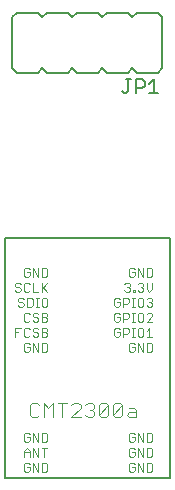
<source format=gto>
G75*
%MOIN*%
%OFA0B0*%
%FSLAX25Y25*%
%IPPOS*%
%LPD*%
%AMOC8*
5,1,8,0,0,1.08239X$1,22.5*
%
%ADD10C,0.00500*%
%ADD11C,0.00400*%
%ADD12C,0.00300*%
%ADD13C,0.00600*%
D10*
X0011787Y0006787D02*
X0066787Y0006787D01*
X0066787Y0086787D01*
X0011787Y0086787D01*
X0011787Y0006787D01*
X0051476Y0135037D02*
X0050726Y0135788D01*
X0051476Y0135037D02*
X0052227Y0135037D01*
X0052978Y0135788D01*
X0052978Y0139541D01*
X0053728Y0139541D02*
X0052227Y0139541D01*
X0055330Y0139541D02*
X0055330Y0135037D01*
X0055330Y0136539D02*
X0057581Y0136539D01*
X0058332Y0137289D01*
X0058332Y0138791D01*
X0057581Y0139541D01*
X0055330Y0139541D01*
X0059933Y0138040D02*
X0061435Y0139541D01*
X0061435Y0135037D01*
X0062936Y0135037D02*
X0059933Y0135037D01*
D11*
X0050081Y0031591D02*
X0048547Y0031591D01*
X0047779Y0030824D01*
X0047779Y0027755D01*
X0050849Y0030824D01*
X0050849Y0027755D01*
X0050081Y0026987D01*
X0048547Y0026987D01*
X0047779Y0027755D01*
X0046245Y0027755D02*
X0046245Y0030824D01*
X0043176Y0027755D01*
X0043943Y0026987D01*
X0045478Y0026987D01*
X0046245Y0027755D01*
X0046245Y0030824D02*
X0045478Y0031591D01*
X0043943Y0031591D01*
X0043176Y0030824D01*
X0043176Y0027755D01*
X0041641Y0027755D02*
X0040874Y0026987D01*
X0039339Y0026987D01*
X0038572Y0027755D01*
X0037037Y0026987D02*
X0033968Y0026987D01*
X0037037Y0030057D01*
X0037037Y0030824D01*
X0036270Y0031591D01*
X0034735Y0031591D01*
X0033968Y0030824D01*
X0032433Y0031591D02*
X0029364Y0031591D01*
X0030898Y0031591D02*
X0030898Y0026987D01*
X0027829Y0026987D02*
X0027829Y0031591D01*
X0026294Y0030057D01*
X0024760Y0031591D01*
X0024760Y0026987D01*
X0023225Y0027755D02*
X0022458Y0026987D01*
X0020923Y0026987D01*
X0020156Y0027755D01*
X0020156Y0030824D01*
X0020923Y0031591D01*
X0022458Y0031591D01*
X0023225Y0030824D01*
X0038572Y0030824D02*
X0039339Y0031591D01*
X0040874Y0031591D01*
X0041641Y0030824D01*
X0041641Y0030057D01*
X0040874Y0029289D01*
X0041641Y0028522D01*
X0041641Y0027755D01*
X0040874Y0029289D02*
X0040106Y0029289D01*
X0050081Y0031591D02*
X0050849Y0030824D01*
X0053151Y0028522D02*
X0052383Y0027755D01*
X0053151Y0026987D01*
X0055453Y0026987D01*
X0055453Y0029289D01*
X0054685Y0030057D01*
X0053151Y0030057D01*
X0053151Y0028522D02*
X0055453Y0028522D01*
D12*
X0056044Y0021640D02*
X0057979Y0018737D01*
X0057979Y0021640D01*
X0058991Y0021640D02*
X0058991Y0018737D01*
X0060442Y0018737D01*
X0060926Y0019221D01*
X0060926Y0021156D01*
X0060442Y0021640D01*
X0058991Y0021640D01*
X0058991Y0016640D02*
X0060442Y0016640D01*
X0060926Y0016156D01*
X0060926Y0014221D01*
X0060442Y0013737D01*
X0058991Y0013737D01*
X0058991Y0016640D01*
X0057979Y0016640D02*
X0057979Y0013737D01*
X0056044Y0016640D01*
X0056044Y0013737D01*
X0055033Y0014221D02*
X0055033Y0015189D01*
X0054065Y0015189D01*
X0053098Y0016156D02*
X0053582Y0016640D01*
X0054549Y0016640D01*
X0055033Y0016156D01*
X0055033Y0014221D02*
X0054549Y0013737D01*
X0053582Y0013737D01*
X0053098Y0014221D01*
X0053098Y0016156D01*
X0053582Y0018737D02*
X0053098Y0019221D01*
X0053098Y0021156D01*
X0053582Y0021640D01*
X0054549Y0021640D01*
X0055033Y0021156D01*
X0055033Y0020189D02*
X0054065Y0020189D01*
X0055033Y0019221D02*
X0054549Y0018737D01*
X0053582Y0018737D01*
X0055033Y0019221D02*
X0055033Y0020189D01*
X0056044Y0021640D02*
X0056044Y0018737D01*
X0056044Y0011640D02*
X0057979Y0008737D01*
X0057979Y0011640D01*
X0058991Y0011640D02*
X0058991Y0008737D01*
X0060442Y0008737D01*
X0060926Y0009221D01*
X0060926Y0011156D01*
X0060442Y0011640D01*
X0058991Y0011640D01*
X0056044Y0011640D02*
X0056044Y0008737D01*
X0055033Y0009221D02*
X0055033Y0010189D01*
X0054065Y0010189D01*
X0053098Y0011156D02*
X0053582Y0011640D01*
X0054549Y0011640D01*
X0055033Y0011156D01*
X0055033Y0009221D02*
X0054549Y0008737D01*
X0053582Y0008737D01*
X0053098Y0009221D01*
X0053098Y0011156D01*
X0053582Y0048737D02*
X0054549Y0048737D01*
X0055033Y0049221D01*
X0055033Y0050189D01*
X0054065Y0050189D01*
X0053098Y0051156D02*
X0053098Y0049221D01*
X0053582Y0048737D01*
X0053098Y0051156D02*
X0053582Y0051640D01*
X0054549Y0051640D01*
X0055033Y0051156D01*
X0056044Y0051640D02*
X0057979Y0048737D01*
X0057979Y0051640D01*
X0057496Y0053737D02*
X0057979Y0054221D01*
X0057979Y0056156D01*
X0057496Y0056640D01*
X0056528Y0056640D01*
X0056044Y0056156D01*
X0056044Y0054221D01*
X0056528Y0053737D01*
X0057496Y0053737D01*
X0058991Y0053737D02*
X0060926Y0053737D01*
X0059958Y0053737D02*
X0059958Y0056640D01*
X0058991Y0055672D01*
X0058991Y0058737D02*
X0060926Y0060672D01*
X0060926Y0061156D01*
X0060442Y0061640D01*
X0059475Y0061640D01*
X0058991Y0061156D01*
X0059475Y0063737D02*
X0058991Y0064221D01*
X0059475Y0063737D02*
X0060442Y0063737D01*
X0060926Y0064221D01*
X0060926Y0064705D01*
X0060442Y0065189D01*
X0059958Y0065189D01*
X0060442Y0065189D02*
X0060926Y0065672D01*
X0060926Y0066156D01*
X0060442Y0066640D01*
X0059475Y0066640D01*
X0058991Y0066156D01*
X0059958Y0068737D02*
X0060926Y0069705D01*
X0060926Y0071640D01*
X0060442Y0073737D02*
X0060926Y0074221D01*
X0060926Y0076156D01*
X0060442Y0076640D01*
X0058991Y0076640D01*
X0058991Y0073737D01*
X0060442Y0073737D01*
X0058991Y0071640D02*
X0058991Y0069705D01*
X0059958Y0068737D01*
X0057979Y0069221D02*
X0057496Y0068737D01*
X0056528Y0068737D01*
X0056044Y0069221D01*
X0055055Y0069221D02*
X0055055Y0068737D01*
X0054571Y0068737D01*
X0054571Y0069221D01*
X0055055Y0069221D01*
X0056044Y0071156D02*
X0056528Y0071640D01*
X0057496Y0071640D01*
X0057979Y0071156D01*
X0057979Y0070672D01*
X0057496Y0070189D01*
X0057979Y0069705D01*
X0057979Y0069221D01*
X0057496Y0070189D02*
X0057012Y0070189D01*
X0057496Y0066640D02*
X0056528Y0066640D01*
X0056044Y0066156D01*
X0056044Y0064221D01*
X0056528Y0063737D01*
X0057496Y0063737D01*
X0057979Y0064221D01*
X0057979Y0066156D01*
X0057496Y0066640D01*
X0055048Y0066640D02*
X0054080Y0066640D01*
X0054564Y0066640D02*
X0054564Y0063737D01*
X0054080Y0063737D02*
X0055048Y0063737D01*
X0055048Y0061640D02*
X0054080Y0061640D01*
X0054564Y0061640D02*
X0054564Y0058737D01*
X0054080Y0058737D02*
X0055048Y0058737D01*
X0056044Y0059221D02*
X0056528Y0058737D01*
X0057496Y0058737D01*
X0057979Y0059221D01*
X0057979Y0061156D01*
X0057496Y0061640D01*
X0056528Y0061640D01*
X0056044Y0061156D01*
X0056044Y0059221D01*
X0055048Y0056640D02*
X0054080Y0056640D01*
X0054564Y0056640D02*
X0054564Y0053737D01*
X0054080Y0053737D02*
X0055048Y0053737D01*
X0056044Y0051640D02*
X0056044Y0048737D01*
X0058991Y0048737D02*
X0060442Y0048737D01*
X0060926Y0049221D01*
X0060926Y0051156D01*
X0060442Y0051640D01*
X0058991Y0051640D01*
X0058991Y0048737D01*
X0058991Y0058737D02*
X0060926Y0058737D01*
X0053076Y0068737D02*
X0053560Y0069221D01*
X0053560Y0069705D01*
X0053076Y0070189D01*
X0052592Y0070189D01*
X0053076Y0070189D02*
X0053560Y0070672D01*
X0053560Y0071156D01*
X0053076Y0071640D01*
X0052108Y0071640D01*
X0051625Y0071156D01*
X0051625Y0069221D02*
X0052108Y0068737D01*
X0053076Y0068737D01*
X0052585Y0066640D02*
X0053068Y0066156D01*
X0053068Y0065189D01*
X0052585Y0064705D01*
X0051134Y0064705D01*
X0051134Y0063737D02*
X0051134Y0066640D01*
X0052585Y0066640D01*
X0050122Y0066156D02*
X0049638Y0066640D01*
X0048671Y0066640D01*
X0048187Y0066156D01*
X0048187Y0064221D01*
X0048671Y0063737D01*
X0049638Y0063737D01*
X0050122Y0064221D01*
X0050122Y0065189D01*
X0049154Y0065189D01*
X0048671Y0061640D02*
X0048187Y0061156D01*
X0048187Y0059221D01*
X0048671Y0058737D01*
X0049638Y0058737D01*
X0050122Y0059221D01*
X0050122Y0060189D01*
X0049154Y0060189D01*
X0050122Y0061156D02*
X0049638Y0061640D01*
X0048671Y0061640D01*
X0048671Y0056640D02*
X0048187Y0056156D01*
X0048187Y0054221D01*
X0048671Y0053737D01*
X0049638Y0053737D01*
X0050122Y0054221D01*
X0050122Y0055189D01*
X0049154Y0055189D01*
X0050122Y0056156D02*
X0049638Y0056640D01*
X0048671Y0056640D01*
X0051134Y0056640D02*
X0051134Y0053737D01*
X0051134Y0054705D02*
X0052585Y0054705D01*
X0053068Y0055189D01*
X0053068Y0056156D01*
X0052585Y0056640D01*
X0051134Y0056640D01*
X0051134Y0058737D02*
X0051134Y0061640D01*
X0052585Y0061640D01*
X0053068Y0061156D01*
X0053068Y0060189D01*
X0052585Y0059705D01*
X0051134Y0059705D01*
X0053582Y0073737D02*
X0054549Y0073737D01*
X0055033Y0074221D01*
X0055033Y0075189D01*
X0054065Y0075189D01*
X0053098Y0076156D02*
X0053098Y0074221D01*
X0053582Y0073737D01*
X0053098Y0076156D02*
X0053582Y0076640D01*
X0054549Y0076640D01*
X0055033Y0076156D01*
X0056044Y0076640D02*
X0057979Y0073737D01*
X0057979Y0076640D01*
X0056044Y0076640D02*
X0056044Y0073737D01*
X0025926Y0074221D02*
X0025442Y0073737D01*
X0023991Y0073737D01*
X0023991Y0076640D01*
X0025442Y0076640D01*
X0025926Y0076156D01*
X0025926Y0074221D01*
X0025926Y0071640D02*
X0023991Y0069705D01*
X0024475Y0070189D02*
X0025926Y0068737D01*
X0025442Y0066640D02*
X0024475Y0066640D01*
X0023991Y0066156D01*
X0023991Y0064221D01*
X0024475Y0063737D01*
X0025442Y0063737D01*
X0025926Y0064221D01*
X0025926Y0066156D01*
X0025442Y0066640D01*
X0023991Y0068737D02*
X0023991Y0071640D01*
X0022979Y0073737D02*
X0022979Y0076640D01*
X0021044Y0076640D02*
X0022979Y0073737D01*
X0021044Y0073737D02*
X0021044Y0076640D01*
X0020033Y0076156D02*
X0019549Y0076640D01*
X0018582Y0076640D01*
X0018098Y0076156D01*
X0018098Y0074221D01*
X0018582Y0073737D01*
X0019549Y0073737D01*
X0020033Y0074221D01*
X0020033Y0075189D01*
X0019065Y0075189D01*
X0018582Y0071640D02*
X0018098Y0071156D01*
X0018098Y0069221D01*
X0018582Y0068737D01*
X0019549Y0068737D01*
X0020033Y0069221D01*
X0021044Y0068737D02*
X0022979Y0068737D01*
X0022994Y0066640D02*
X0022027Y0066640D01*
X0022510Y0066640D02*
X0022510Y0063737D01*
X0022027Y0063737D02*
X0022994Y0063737D01*
X0022496Y0061640D02*
X0021528Y0061640D01*
X0021044Y0061156D01*
X0021044Y0060672D01*
X0021528Y0060189D01*
X0022496Y0060189D01*
X0022979Y0059705D01*
X0022979Y0059221D01*
X0022496Y0058737D01*
X0021528Y0058737D01*
X0021044Y0059221D01*
X0020033Y0059221D02*
X0019549Y0058737D01*
X0018582Y0058737D01*
X0018098Y0059221D01*
X0018098Y0061156D01*
X0018582Y0061640D01*
X0019549Y0061640D01*
X0020033Y0061156D01*
X0020531Y0063737D02*
X0019080Y0063737D01*
X0019080Y0066640D01*
X0020531Y0066640D01*
X0021015Y0066156D01*
X0021015Y0064221D01*
X0020531Y0063737D01*
X0022496Y0061640D02*
X0022979Y0061156D01*
X0023991Y0061640D02*
X0025442Y0061640D01*
X0025926Y0061156D01*
X0025926Y0060672D01*
X0025442Y0060189D01*
X0023991Y0060189D01*
X0023991Y0061640D02*
X0023991Y0058737D01*
X0025442Y0058737D01*
X0025926Y0059221D01*
X0025926Y0059705D01*
X0025442Y0060189D01*
X0025442Y0056640D02*
X0023991Y0056640D01*
X0023991Y0053737D01*
X0025442Y0053737D01*
X0025926Y0054221D01*
X0025926Y0054705D01*
X0025442Y0055189D01*
X0023991Y0055189D01*
X0022979Y0054705D02*
X0022979Y0054221D01*
X0022496Y0053737D01*
X0021528Y0053737D01*
X0021044Y0054221D01*
X0020033Y0054221D02*
X0019549Y0053737D01*
X0018582Y0053737D01*
X0018098Y0054221D01*
X0018098Y0056156D01*
X0018582Y0056640D01*
X0019549Y0056640D01*
X0020033Y0056156D01*
X0021044Y0056156D02*
X0021044Y0055672D01*
X0021528Y0055189D01*
X0022496Y0055189D01*
X0022979Y0054705D01*
X0022979Y0056156D02*
X0022496Y0056640D01*
X0021528Y0056640D01*
X0021044Y0056156D01*
X0021044Y0051640D02*
X0022979Y0048737D01*
X0022979Y0051640D01*
X0023991Y0051640D02*
X0025442Y0051640D01*
X0025926Y0051156D01*
X0025926Y0049221D01*
X0025442Y0048737D01*
X0023991Y0048737D01*
X0023991Y0051640D01*
X0025442Y0055189D02*
X0025926Y0055672D01*
X0025926Y0056156D01*
X0025442Y0056640D01*
X0021044Y0051640D02*
X0021044Y0048737D01*
X0020033Y0049221D02*
X0020033Y0050189D01*
X0019065Y0050189D01*
X0018098Y0051156D02*
X0018098Y0049221D01*
X0018582Y0048737D01*
X0019549Y0048737D01*
X0020033Y0049221D01*
X0020033Y0051156D02*
X0019549Y0051640D01*
X0018582Y0051640D01*
X0018098Y0051156D01*
X0016119Y0055189D02*
X0015151Y0055189D01*
X0015151Y0056640D02*
X0015151Y0053737D01*
X0015151Y0056640D02*
X0017086Y0056640D01*
X0016617Y0063737D02*
X0016134Y0064221D01*
X0016617Y0063737D02*
X0017585Y0063737D01*
X0018068Y0064221D01*
X0018068Y0064705D01*
X0017585Y0065189D01*
X0016617Y0065189D01*
X0016134Y0065672D01*
X0016134Y0066156D01*
X0016617Y0066640D01*
X0017585Y0066640D01*
X0018068Y0066156D01*
X0016603Y0068737D02*
X0015635Y0068737D01*
X0015151Y0069221D01*
X0015635Y0070189D02*
X0016603Y0070189D01*
X0017086Y0069705D01*
X0017086Y0069221D01*
X0016603Y0068737D01*
X0015635Y0070189D02*
X0015151Y0070672D01*
X0015151Y0071156D01*
X0015635Y0071640D01*
X0016603Y0071640D01*
X0017086Y0071156D01*
X0018582Y0071640D02*
X0019549Y0071640D01*
X0020033Y0071156D01*
X0021044Y0071640D02*
X0021044Y0068737D01*
X0021044Y0021640D02*
X0022979Y0018737D01*
X0022979Y0021640D01*
X0023991Y0021640D02*
X0023991Y0018737D01*
X0025442Y0018737D01*
X0025926Y0019221D01*
X0025926Y0021156D01*
X0025442Y0021640D01*
X0023991Y0021640D01*
X0023991Y0016640D02*
X0025926Y0016640D01*
X0024958Y0016640D02*
X0024958Y0013737D01*
X0022979Y0013737D02*
X0022979Y0016640D01*
X0021044Y0016640D02*
X0022979Y0013737D01*
X0022979Y0011640D02*
X0022979Y0008737D01*
X0021044Y0011640D01*
X0021044Y0008737D01*
X0020033Y0009221D02*
X0020033Y0010189D01*
X0019065Y0010189D01*
X0018098Y0011156D02*
X0018098Y0009221D01*
X0018582Y0008737D01*
X0019549Y0008737D01*
X0020033Y0009221D01*
X0020033Y0011156D02*
X0019549Y0011640D01*
X0018582Y0011640D01*
X0018098Y0011156D01*
X0018098Y0013737D02*
X0018098Y0015672D01*
X0019065Y0016640D01*
X0020033Y0015672D01*
X0020033Y0013737D01*
X0021044Y0013737D02*
X0021044Y0016640D01*
X0020033Y0015189D02*
X0018098Y0015189D01*
X0018582Y0018737D02*
X0019549Y0018737D01*
X0020033Y0019221D01*
X0020033Y0020189D01*
X0019065Y0020189D01*
X0018098Y0021156D02*
X0018098Y0019221D01*
X0018582Y0018737D01*
X0018098Y0021156D02*
X0018582Y0021640D01*
X0019549Y0021640D01*
X0020033Y0021156D01*
X0021044Y0021640D02*
X0021044Y0018737D01*
X0023991Y0011640D02*
X0025442Y0011640D01*
X0025926Y0011156D01*
X0025926Y0009221D01*
X0025442Y0008737D01*
X0023991Y0008737D01*
X0023991Y0011640D01*
D13*
X0022787Y0141787D02*
X0015787Y0141787D01*
X0014287Y0143287D01*
X0014287Y0160287D01*
X0015787Y0161787D01*
X0022787Y0161787D01*
X0024287Y0160287D01*
X0025787Y0161787D01*
X0032787Y0161787D01*
X0034287Y0160287D01*
X0035787Y0161787D01*
X0042787Y0161787D01*
X0044287Y0160287D01*
X0045787Y0161787D01*
X0052787Y0161787D01*
X0054287Y0160287D01*
X0055787Y0161787D01*
X0062787Y0161787D01*
X0064287Y0160287D01*
X0064287Y0143287D01*
X0062787Y0141787D01*
X0055787Y0141787D01*
X0054287Y0143287D01*
X0052787Y0141787D01*
X0045787Y0141787D01*
X0044287Y0143287D01*
X0042787Y0141787D01*
X0035787Y0141787D01*
X0034287Y0143287D01*
X0032787Y0141787D01*
X0025787Y0141787D01*
X0024287Y0143287D01*
X0022787Y0141787D01*
M02*

</source>
